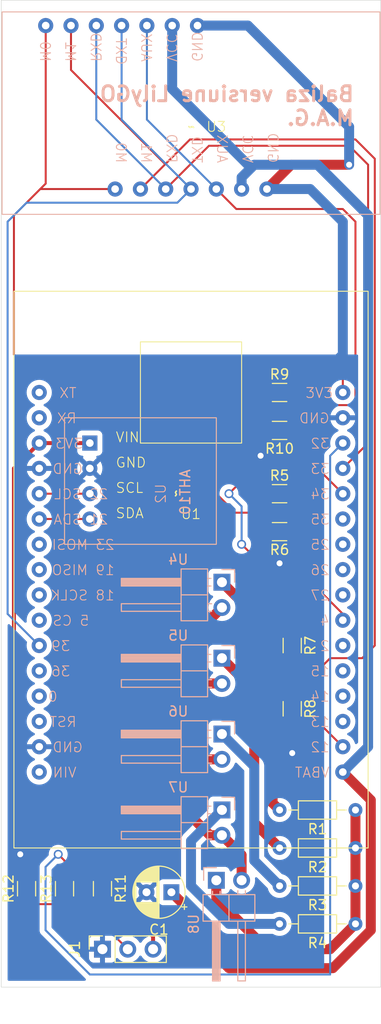
<source format=kicad_pcb>
(kicad_pcb (version 20221018) (generator pcbnew)
  (layers (0 "F.Cu" signal) (31 "B.Cu" signal) (34 "B.Paste" user) (35 "F.Paste" user) (36 "B.SilkS" user "B.Silkscreen") (37 "F.SilkS" user "F.Silkscreen") (38 "B.Mask" user) (39 "F.Mask" user) (44 "Edge.Cuts" user))
  (net 0 "")
  (net 1 "GND")
  (net 2 "Net-(J1-Pin_2)")
  (net 3 "+3V3")
  (net 4 "Net-(U8-+)")
  (net 5 "Net-(U4-+)")
  (net 6 "Net-(U5-+)")
  (net 7 "Net-(U6-+)")
  (net 8 "Net-(U7-+)")
  (net 9 "Net-(U1-4)")
  (net 10 "Net-(U1-12)")
  (net 11 "Net-(U1-34)")
  (net 12 "Net-(U1-32)")
  (net 15 "Net-(U1-22(SCL))")
  (net 16 "Net-(U1-21(SDA))")
  (net 21 "Net-(U1-39)")
  (net 26 "Vdrive")
  (net 35 "Net-(U1-33)")
  (net 36 "Net-(U4--)")
  (footprint "Resistor_SMD:R_1206_3216Metric_Pad1.30x1.75mm_HandSolder" (layer "F.Cu") (at 54.61 139.98 90)
    (fp_text reference "R12" (at 0 -1.82 90) (layer "F.SilkS"))
    (fp_text value "R")
    (pad "1" smd roundrect (at -1.55 0 90) (size 1.3 1.75) (layers "F.Cu" "F.Paste" "F.Mask") (roundrect_rratio 0.1923076923) (net 2 "Net-(J1-Pin_2)"))
    (pad "2" smd roundrect (at 1.55 0 90) (size 1.3 1.75) (layers "F.Cu" "F.Paste" "F.Mask") (roundrect_rratio 0.1923076923) (net 1 "GND"))
  )
  (footprint "Resistor_THT:R_Axial_DIN0204_L3.6mm_D1.6mm_P7.62mm_Horizontal" (layer "F.Cu") (at 87.63 143.51 180)
    (fp_text reference "R4" (at 3.81 -1.92) (layer "F.SilkS"))
    (fp_text value "R")
    (pad "1" thru_hole circle (at 0 0 180) (size 1.4 1.4) (drill 0.7) (layers "*.Cu" "*.Mask") (net 4 "Net-(U8-+)"))
    (pad "2" thru_hole oval (at 7.62 0 180) (size 1.4 1.4) (drill 0.7) (layers "*.Cu" "*.Mask") (net 8 "Net-(U7-+)"))
  )
  (footprint "FootprintAnton:Lilygo ESP-32" (layer "F.Cu") (at 71.12 102.87)
    (fp_text reference "U1" (at 0 -0.5 unlocked) (layer "F.SilkS") (effects (font (thickness 0.1))))
    (fp_text value "~")
    (fp_text user "GND" (at 13.97 -9.525 unlocked) (layer "B.SilkS") (effects (font (thickness 0.1)) (justify left bottom mirror)))
    (fp_text user "3V3" (at -10.795 -6.985 unlocked) (layer "B.SilkS") (effects (font (thickness 0.1)) (justify left bottom mirror)))
    (fp_text user "22 SCL" (at -8.255 -1.905 unlocked) (layer "B.SilkS") (effects (font (thickness 0.1)) (justify left bottom mirror)))
    (fp_text user "VBAT" (at 13.97 26.035 unlocked) (layer "B.SilkS") (effects (font (thickness 0.1)) (justify left bottom mirror)))
    (fp_text user "33" (at 13.97 -4.445 unlocked) (layer "B.SilkS") (effects (font (thickness 0.1)) (justify left bottom mirror)))
    (fp_text user "3V3" (at 11.43 -12.065 unlocked) (layer "B.SilkS") (effects (font (thickness 0.1)) (justify left bottom)))
    (fp_text user "5 CS" (at -10.16 10.795 unlocked) (layer "B.SilkS") (effects (font (thickness 0.1)) (justify left bottom mirror)))
    (fp_text user "GND" (at -10.795 -4.445 unlocked) (layer "B.SilkS") (effects (font (thickness 0.1)) (justify left bottom mirror)))
    (fp_text user "26" (at 13.97 5.715 unlocked) (layer "B.SilkS") (effects (font (thickness 0.1)) (justify left bottom mirror)))
    (fp_text user "4" (at 13.97 10.795 unlocked) (layer "B.SilkS") (effects (font (thickness 0.1)) (justify left bottom mirror)))
    (fp_text user "27" (at 13.97 8.255 unlocked) (layer "B.SilkS") (effects (font (thickness 0.1)) (justify left bottom mirror)))
    (fp_text user "RST" (at -11.43 20.955 unlocked) (layer "B.SilkS") (effects (font (thickness 0.1)) (justify left bottom mirror)))
    (fp_text user "RX" (at -11.43 -9.525 unlocked) (layer "B.SilkS") (effects (font (thickness 0.1)) (justify left bottom mirror)))
    (fp_text user "19 MISO" (at -7.62 5.715 unlocked) (layer "B.SilkS") (effects (font (thickness 0.1)) (justify left bottom mirror)))
    (fp_text user "18 SCLK" (at -7.62 8.255 unlocked) (layer "B.SilkS") (effects (font (thickness 0.1)) (justify left bottom mirror)))
    (fp_text user "39" (at -12.065 13.335 unlocked) (layer "B.SilkS") (effects (font (thickness 0.1)) (justify left bottom mirror)))
    (fp_text user "TX" (at -11.43 -12.065 unlocked) (layer "B.SilkS") (effects (font (thickness 0.1)) (justify left bottom mirror)))
    (fp_text user "34" (at 13.97 -1.905 unlocked) (layer "B.SilkS") (effects (font (thickness 0.1)) (justify left bottom mirror)))
    (fp_text user "GND" (at -10.795 23.495 unlocked) (layer "B.SilkS") (effects (font (thickness 0.1)) (justify left bottom mirror)))
    (fp_text user "25" (at 13.97 3.175 unlocked) (layer "B.SilkS") (effects (font (thickness 0.1)) (justify left bottom mirror)))
    (fp_text user "VIN" (at -11.43 26.035 unlocked) (layer "B.SilkS") (effects (font (thickness 0.1)) (justify left bottom mirror)))
    (fp_text user "14" (at 13.97 18.415 unlocked) (layer "B.SilkS") (effects (font (thickness 0.1)) (justify left bottom mirror)))
    (fp_text user "35" (at 13.97 0.635 unlocked) (layer "B.SilkS") (effects (font (thickness 0.1)) (justify left bottom mirror)))
    (fp_text user "13" (at 13.97 20.955 unlocked) (layer "B.SilkS") (effects (font (thickness 0.1)) (justify left bottom mirror)))
    (fp_text user "15" (at 13.97 15.875 unlocked) (layer "B.SilkS") (effects (font (thickness 0.1)) (justify left bottom mirror)))
    (fp_text user "36" (at -12.065 15.875 unlocked) (layer "B.SilkS") (effects (font (thickness 0.1)) (justify left bottom mirror)))
    (fp_text user "23 MOSI" (at -7.62 3.175 unlocked) (layer "B.SilkS") (effects (font (thickness 0.1)) (justify left bottom mirror)))
    (fp_text user "2" (at 13.97 13.335 unlocked) (layer "B.SilkS") (effects (font (thickness 0.1)) (justify left bottom mirror)))
    (fp_text user "32" (at 13.97 -6.985 unlocked) (layer "B.SilkS") (effects (font (thickness 0.1)) (justify left bottom mirror)))
    (fp_text user "21 SDA" (at -8.255 0.635 unlocked) (layer "B.SilkS") (effects (font (thickness 0.1)) (justify left bottom mirror)))
    (fp_text user "0" (at -13.335 18.415 unlocked) (layer "B.SilkS") (effects (font (thickness 0.1)) (justify left bottom mirror)))
    (fp_text user "12" (at 13.97 23.495 unlocked) (layer "B.SilkS") (effects (font (thickness 0.1)) (justify left bottom mirror)))
    (pad "1" thru_hole oval (at -15.24 -12.7) (size 1.524 1.524) (drill 0.762) (layers "*.Cu" "*.Mask"))
    (pad "2" thru_hole oval (at -15.24 -10.16) (size 1.524 1.524) (drill 0.762) (layers "*.Cu" "*.Mask"))
    (pad "3" thru_hole oval (at -15.24 -7.62) (size 1.524 1.524) (drill 0.762) (layers "*.Cu" "*.Mask") (net 3 "+3V3"))
    (pad "4" thru_hole oval (at -15.24 -5.08) (size 1.524 1.524) (drill 0.762) (layers "*.Cu" "*.Mask") (net 1 "GND"))
    (pad "5" thru_hole oval (at -15.24 -2.54) (size 1.524 1.524) (drill 0.762) (layers "*.Cu" "*.Mask") (net 15 "Net-(U1-22(SCL))"))
    (pad "6" thru_hole oval (at -15.24 0) (size 1.524 1.524) (drill 0.762) (layers "*.Cu" "*.Mask") (net 16 "Net-(U1-21(SDA))"))
    (pad "7" thru_hole oval (at -15.24 2.54) (size 1.524 1.524) (drill 0.762) (layers "*.Cu" "*.Mask"))
    (pad "8" thru_hole oval (at -15.24 5.08) (size 1.524 1.524) (drill 0.762) (layers "*.Cu" "*.Mask"))
    (pad "9" thru_hole oval (at -15.24 7.62) (size 1.524 1.524) (drill 0.762) (layers "*.Cu" "*.Mask"))
    (pad "10" thru_hole oval (at -15.24 10.16) (size 1.524 1.524) (drill 0.762) (layers "*.Cu" "*.Mask"))
    (pad "11" thru_hole oval (at -15.24 12.7) (size 1.524 1.524) (drill 0.762) (layers "*.Cu" "*.Mask") (net 21 "Net-(U1-39)"))
    (pad "12" thru_hole oval (at -15.24 15.24) (size 1.524 1.524) (drill 0.762) (layers "*.Cu" "*.Mask"))
    (pad "13" thru_hole oval (at -15.24 17.78) (size 1.524 1.524) (drill 0.762) (layers "*.Cu" "*.Mask"))
    (pad "14" thru_hole oval (at -15.24 20.32) (size 1.524 1.524) (drill 0.762) (layers "*.Cu" "*.Mask"))
    (pad "15" thru_hole oval (at -15.24 22.86) (size 1.524 1.524) (drill 0.762) (layers "*.Cu" "*.Mask") (net 1 "GND"))
    (pad "16" thru_hole oval (at -15.24 25.4) (size 1.524 1.524) (drill 0.762) (layers "*.Cu" "*.Mask"))
    (pad "17" thru_hole oval (at 15.24 25.4) (size 1.524 1.524) (drill 0.762) (layers "*.Cu" "*.Mask") (net 26 "Vdrive"))
    (pad "18" thru_hole oval (at 15.24 22.86) (size 1.524 1.524) (drill 0.762) (layers "*.Cu" "*.Mask") (net 10 "Net-(U1-12)"))
    (pad "19" thru_hole oval (at 15.24 20.32) (size 1.524 1.524) (drill 0.762) (layers "*.Cu" "*.Mask"))
    (pad "20" thru_hole oval (at 15.24 17.78) (size 1.524 1.524) (drill 0.762) (layers "*.Cu" "*.Mask"))
    (pad "21" thru_hole oval (at 15.24 15.24) (size 1.524 1.524) (drill 0.762) (layers "*.Cu" "*.Mask"))
    (pad "22" thru_hole oval (at 15.24 12.7) (size 1.524 1.524) (drill 0.762) (layers "*.Cu" "*.Mask"))
    (pad "23" thru_hole oval (at 15.24 10.16) (size 1.524 1.524) (drill 0.762) (layers "*.Cu" "*.Mask") (net 9 "Net-(U1-4)"))
    (pad "24" thru_hole oval (at 15.24 7.62) (size 1.524 1.524) (drill 0.762) (layers "*.Cu" "*.Mask"))
    (pad "25" thru_hole oval (at 15.24 5.08) (size 1.524 1.524) (drill 0.762) (layers "*.Cu" "*.Mask"))
    (pad "26" thru_hole oval (at 15.24 2.54) (size 1.524 1.524) (drill 0.762) (layers "*.Cu" "*.Mask"))
    (pad "27" thru_hole oval (at 15.24 0) (size 1.524 1.524) (drill 0.762) (layers "*.Cu" "*.Mask"))
    (pad "28" thru_hole oval (at 15.24 -2.54) (size 1.524 1.524) (drill 0.762) (layers "*.Cu" "*.Mask") (net 11 "Net-(U1-34)"))
    (pad "29" thru_hole oval (at 15.24 -5.08) (size 1.524 1.524) (drill 0.762) (layers "*.Cu" "*.Mask") (net 35 "Net-(U1-33)"))
    (pad "30" thru_hole oval (at 15.24 -7.62) (size 1.524 1.524) (drill 0.762) (layers "*.Cu" "*.Mask") (net 12 "Net-(U1-32)"))
    (pad "31" thru_hole oval (at 15.24 -10.16) (size 1.524 1.524) (drill 0.762) (layers "*.Cu" "*.Mask") (net 1 "GND"))
    (pad "32" thru_hole oval (at 15.24 -12.7) (size 1.524 1.524) (drill 0.762) (layers "*.Cu" "*.Mask") (net 3 "+3V3"))
  )
  (footprint "Resistor_THT:R_Axial_DIN0204_L3.6mm_D1.6mm_P7.62mm_Horizontal" (layer "F.Cu") (at 87.63 135.89 180)
    (fp_text reference "R2" (at 3.81 -1.92) (layer "F.SilkS"))
    (fp_text value "R")
    (pad "1" thru_hole circle (at 0 0 180) (size 1.4 1.4) (drill 0.7) (layers "*.Cu" "*.Mask") (net 4 "Net-(U8-+)"))
    (pad "2" thru_hole oval (at 7.62 0 180) (size 1.4 1.4) (drill 0.7) (layers "*.Cu" "*.Mask") (net 6 "Net-(U5-+)"))
  )
  (footprint "Resistor_THT:R_Axial_DIN0204_L3.6mm_D1.6mm_P7.62mm_Horizontal" (layer "F.Cu") (at 87.63 132.08 180)
    (fp_text reference "R1" (at 3.81 -1.92) (layer "F.SilkS"))
    (fp_text value "R")
    (pad "1" thru_hole circle (at 0 0 180) (size 1.4 1.4) (drill 0.7) (layers "*.Cu" "*.Mask") (net 4 "Net-(U8-+)"))
    (pad "2" thru_hole oval (at 7.62 0 180) (size 1.4 1.4) (drill 0.7) (layers "*.Cu" "*.Mask") (net 5 "Net-(U4-+)"))
  )
  (footprint "Resistor_SMD:R_1206_3216Metric_Pad1.30x1.75mm_HandSolder" (layer "F.Cu") (at 80.01 93.98 180)
    (fp_text reference "R10" (at 0 -1.82) (layer "F.SilkS"))
    (fp_text value "R")
    (pad "1" smd roundrect (at -1.55 0 180) (size 1.3 1.75) (layers "F.Cu" "F.Paste" "F.Mask") (roundrect_rratio 0.1923076923) (net 11 "Net-(U1-34)"))
    (pad "2" smd roundrect (at 1.55 0 180) (size 1.3 1.75) (layers "F.Cu" "F.Paste" "F.Mask") (roundrect_rratio 0.1923076923) (net 1 "GND"))
  )
  (footprint "Connector_PinSocket_2.54mm:PinSocket_1x03_P2.54mm_Vertical" (layer "F.Cu") (at 62.23 146.05 90)
    (fp_text reference "J1" (at 0 -2.77 90) (layer "F.SilkS"))
    (fp_text value "Conn_01x03_Socket")
    (pad "1" thru_hole rect (at 0 0 90) (size 1.7 1.7) (drill 1) (layers "*.Cu" "*.Mask") (net 1 "GND"))
    (pad "2" thru_hole oval (at 0 2.54 90) (size 1.7 1.7) (drill 1) (layers "*.Cu" "*.Mask") (net 2 "Net-(J1-Pin_2)"))
    (pad "3" thru_hole oval (at 0 5.08 90) (size 1.7 1.7) (drill 1) (layers "*.Cu" "*.Mask") (net 3 "+3V3"))
  )
  (footprint "Resistor_SMD:R_1206_3216Metric_Pad1.30x1.75mm_HandSolder" (layer "F.Cu") (at 80.01 90.17)
    (fp_text reference "R9" (at 0 -1.82) (layer "F.SilkS"))
    (fp_text value "R")
    (pad "1" smd roundrect (at -1.55 0) (size 1.3 1.75) (layers "F.Cu" "F.Paste" "F.Mask") (roundrect_rratio 0.1923076923) (net 3 "+3V3"))
    (pad "2" smd roundrect (at 1.55 0) (size 1.3 1.75) (layers "F.Cu" "F.Paste" "F.Mask") (roundrect_rratio 0.1923076923) (net 11 "Net-(U1-34)"))
  )
  (footprint "Resistor_SMD:R_1206_3216Metric_Pad1.30x1.75mm_HandSolder" (layer "F.Cu") (at 81.28 121.92 -90)
    (fp_text reference "R8" (at 0 -1.82 90) (layer "F.SilkS"))
    (fp_text value "R")
    (pad "1" smd roundrect (at -1.55 0 270) (size 1.3 1.75) (layers "F.Cu" "F.Paste" "F.Mask") (roundrect_rratio 0.1923076923) (net 10 "Net-(U1-12)"))
    (pad "2" smd roundrect (at 1.55 0 270) (size 1.3 1.75) (layers "F.Cu" "F.Paste" "F.Mask") (roundrect_rratio 0.1923076923) (net 1 "GND"))
  )
  (footprint "Resistor_SMD:R_1206_3216Metric_Pad1.30x1.75mm_HandSolder" (layer "F.Cu") (at 58.42 139.98 90)
    (fp_text reference "R13" (at 0 -1.82 90) (layer "F.SilkS"))
    (fp_text value "R")
    (pad "1" smd roundrect (at -1.55 0 90) (size 1.3 1.75) (layers "F.Cu" "F.Paste" "F.Mask") (roundrect_rratio 0.1923076923) (net 2 "Net-(J1-Pin_2)"))
    (pad "2" smd roundrect (at 1.55 0 90) (size 1.3 1.75) (layers "F.Cu" "F.Paste" "F.Mask") (roundrect_rratio 0.1923076923) (net 12 "Net-(U1-32)"))
  )
  (footprint "Capacitor_THT:CP_Radial_D5.0mm_P2.50mm" (layer "F.Cu") (at 69.150113 140.335 180)
    (fp_text reference "C1" (at 1.25 -3.75) (layer "F.SilkS"))
    (fp_text value "C")
    (pad "1" thru_hole rect (at 0 0 180) (size 1.6 1.6) (drill 0.8) (layers "*.Cu" "*.Mask") (net 26 "Vdrive"))
    (pad "2" thru_hole circle (at 2.5 0 180) (size 1.6 1.6) (drill 0.8) (layers "*.Cu" "*.Mask") (net 1 "GND"))
  )
  (footprint "Resistor_THT:R_Axial_DIN0204_L3.6mm_D1.6mm_P7.62mm_Horizontal" (layer "F.Cu") (at 87.63 139.7 180)
    (fp_text reference "R3" (at 3.81 -1.92) (layer "F.SilkS"))
    (fp_text value "R")
    (pad "1" thru_hole circle (at 0 0 180) (size 1.4 1.4) (drill 0.7) (layers "*.Cu" "*.Mask") (net 4 "Net-(U8-+)"))
    (pad "2" thru_hole oval (at 7.62 0 180) (size 1.4 1.4) (drill 0.7) (layers "*.Cu" "*.Mask") (net 7 "Net-(U6-+)"))
  )
  (footprint "Resistor_SMD:R_1206_3216Metric_Pad1.30x1.75mm_HandSolder" (layer "F.Cu") (at 81.28 115.57 -90)
    (fp_text reference "R7" (at 0 -1.82 90) (layer "F.SilkS"))
    (fp_text value "R")
    (pad "1" smd roundrect (at -1.55 0 270) (size 1.3 1.75) (layers "F.Cu" "F.Paste" "F.Mask") (roundrect_rratio 0.1923076923) (net 3 "+3V3"))
    (pad "2" smd roundrect (at 1.55 0 270) (size 1.3 1.75) (layers "F.Cu" "F.Paste" "F.Mask") (roundrect_rratio 0.1923076923) (net 10 "Net-(U1-12)"))
  )
  (footprint "Resistor_SMD:R_1206_3216Metric_Pad1.30x1.75mm_HandSolder" (layer "F.Cu") (at 80.01 100.33)
    (fp_text reference "R5" (at 0 -1.82) (layer "F.SilkS"))
    (fp_text value "R")
    (pad "1" smd roundrect (at -1.55 0) (size 1.3 1.75) (layers "F.Cu" "F.Paste" "F.Mask") (roundrect_rratio 0.1923076923) (net 3 "+3V3"))
    (pad "2" smd roundrect (at 1.55 0) (size 1.3 1.75) (layers "F.Cu" "F.Paste" "F.Mask") (roundrect_rratio 0.1923076923) (net 9 "Net-(U1-4)"))
  )
  (footprint "Resistor_SMD:R_1206_3216Metric_Pad1.30x1.75mm_HandSolder" (layer "F.Cu") (at 80.01 104.14 180)
    (fp_text reference "R6" (at 0 -1.82) (layer "F.SilkS"))
    (fp_text value "R")
    (pad "1" smd roundrect (at -1.55 0 180) (size 1.3 1.75) (layers "F.Cu" "F.Paste" "F.Mask") (roundrect_rratio 0.1923076923) (net 9 "Net-(U1-4)"))
    (pad "2" smd roundrect (at 1.55 0 180) (size 1.3 1.75) (layers "F.Cu" "F.Paste" "F.Mask") (roundrect_rratio 0.1923076923) (net 1 "GND"))
  )
  (footprint "Resistor_SMD:R_1206_3216Metric_Pad1.30x1.75mm_HandSolder" (layer "F.Cu") (at 62.23 139.98 -90)
    (fp_text reference "R11" (at 0 -1.82 90) (layer "F.SilkS"))
    (fp_text value "R")
    (pad "1" smd roundrect (at -1.55 0 270) (size 1.3 1.75) (layers "F.Cu" "F.Paste" "F.Mask") (roundrect_rratio 0.1923076923) (net 3 "+3V3"))
    (pad "2" smd roundrect (at 1.55 0 270) (size 1.3 1.75) (layers "F.Cu" "F.Paste" "F.Mask") (roundrect_rratio 0.1923076923) (net 2 "Net-(J1-Pin_2)"))
  )
  (footprint "Connector_PinHeader_2.54mm:PinHeader_1x02_P2.54mm_Horizontal" (layer "B.Cu") (at 74.225 116.84 180)
    (fp_text reference "U5" (at 4.385 2.27) (layer "B.SilkS") (effects (justify mirror)))
    (fp_text value "~")
    (pad "1" thru_hole rect (at 0 0 180) (size 1.7 1.7) (drill 1) (layers "*.Cu" "*.Mask") (net 6 "Net-(U5-+)"))
    (pad "2" thru_hole oval (at 0 -2.54 180) (size 1.7 1.7) (drill 1) (layers "*.Cu" "*.Mask") (net 36 "Net-(U4--)"))
  )
  (footprint "Connector_PinHeader_2.54mm:PinHeader_1x02_P2.54mm_Horizontal" (layer "B.Cu") (at 74.225 132.075 180)
    (fp_text reference "U7" (at 4.385 2.27) (layer "B.SilkS") (effects (justify mirror)))
    (fp_text value "~")
    (pad "1" thru_hole rect (at 0 0 180) (size 1.7 1.7) (drill 1) (layers "*.Cu" "*.Mask") (net 8 "Net-(U7-+)"))
    (pad "2" thru_hole oval (at 0 -2.54 180) (size 1.7 1.7) (drill 1) (layers "*.Cu" "*.Mask") (net 36 "Net-(U4--)"))
  )
  (footprint "Connector_PinHeader_2.54mm:PinHeader_1x02_P2.54mm_Horizontal" (layer "B.Cu") (at 74.225 124.455 180)
    (fp_text reference "U6" (at 4.385 2.27) (layer "B.SilkS") (effects (justify mirror)))
    (fp_text value "~")
    (pad "1" thru_hole rect (at 0 0 180) (size 1.7 1.7) (drill 1) (layers "*.Cu" "*.Mask") (net 7 "Net-(U6-+)"))
    (pad "2" thru_hole oval (at 0 -2.54 180) (size 1.7 1.7) (drill 1) (layers "*.Cu" "*.Mask") (net 36 "Net-(U4--)"))
  )
  (footprint "FootprintAnton:AHT10" (layer "B.Cu") (at 68.58 97.79 -90)
    (fp_text reference "U2" (at 2.54 0.5 90 unlocked) (layer "B.SilkS") (effects (font (thickness 0.1)) (justify mirror)))
    (fp_text value "~" (at 2.54 -1 90 unlocked) (layer "F.SilkS") (effects (justify mirror)))
    (fp_text user "AHT10" (at 0 -2.54 90 unlocked) (layer "B.SilkS") (effects (justify left bottom mirror)))
    (fp_text user "VIN" (at -2.54 5.08 unlocked) (layer "F.SilkS") (effects (font (thickness 0.1)) (justify left bottom)))
    (fp_text user "GND" (at 0 5.08 unlocked) (layer "F.SilkS") (effects (font (thickness 0.1)) (justify left bottom)))
    (fp_text user "SDA" (at 5.08 5.08 unlocked) (layer "F.SilkS") (effects (font (thickness 0.1)) (justify left bottom)))
    (fp_text user "SCL" (at 2.54 5.08 unlocked) (layer "F.SilkS") (effects (font (thickness 0.1)) (justify left bottom)))
    (pad "1" thru_hole rect (at -2.54 7.62 270) (size 1.524 1.524) (drill 0.762) (layers "*.Cu" "*.Mask") (net 3 "+3V3"))
    (pad "2" thru_hole circle (at 0 7.62 270) (size 1.524 1.524) (drill 0.762) (layers "*.Cu" "*.Mask") (net 1 "GND"))
    (pad "3" thru_hole circle (at 2.54 7.62 270) (size 1.524 1.524) (drill 0.762) (layers "*.Cu" "*.Mask") (net 15 "Net-(U1-22(SCL))"))
    (pad "4" thru_hole circle (at 5.08 7.62 270) (size 1.524 1.524) (drill 0.762) (layers "*.Cu" "*.Mask") (net 16 "Net-(U1-21(SDA))"))
  )
  (footprint "Connector_PinHeader_2.54mm:PinHeader_1x02_P2.54mm_Horizontal" (layer "B.Cu") (at 74.225 109.215 180)
    (fp_text reference "U4" (at 4.385 2.27) (layer "B.SilkS") (effects (justify mirror)))
    (fp_text value "~")
    (pad "1" thru_hole rect (at 0 0 180) (size 1.7 1.7) (drill 1) (layers "*.Cu" "*.Mask") (net 5 "Net-(U4-+)"))
    (pad "2" thru_hole oval (at 0 -2.54 180) (size 1.7 1.7) (drill 1) (layers "*.Cu" "*.Mask") (net 36 "Net-(U4--)"))
  )
  (footprint "Connector_PinHeader_2.54mm:PinHeader_1x02_P2.54mm_Horizontal" (layer "B.Cu") (at 73.66 139.135 -90)
    (fp_text reference "U8" (at 4.385 2.27 90) (layer "B.SilkS") (effects (justify mirror)))
    (fp_text value "~")
    (pad "1" thru_hole rect (at 0 0 270) (size 1.7 1.7) (drill 1) (layers "*.Cu" "*.Mask") (net 4 "Net-(U8-+)"))
    (pad "2" thru_hole oval (at 0 -2.54 270) (size 1.7 1.7) (drill 1) (layers "*.Cu" "*.Mask") (net 36 "Net-(U4--)"))
  )
  (footprint "FootprintAnton:Modul E22- ambele modele" (layer "B.Cu") (at 78.74 69.75 180)
    (fp_text reference "U3" (at 5.08 6.25 unlocked) (layer "F.SilkS") (effects (font (thickness 0.1))))
    (fp_text value "~" (at 7.62 6.25 unlocked) (layer "F.SilkS") (effects (justify mirror)))
    (fp_text user "RXD" (at 17.78 12.7 270 unlocked) (layer "B.SilkS") (effects (font (thickness 0.1)) (justify left bottom mirror)))
    (fp_text user "VCC" (at 10.16 12.7 270 unlocked) (layer "B.SilkS") (effects (font (thickness 0.1)) (justify left bottom mirror)))
    (fp_text user "M1" (at 12.7 2.54 270 unlocked) (layer "B.SilkS") (effects (font (thickness 0.1)) (justify left bottom mirror)))
    (fp_text user "M0" (at 22.86 12.7 270 unlocked) (layer "B.SilkS") (effects (font (thickness 0.1)) (justify left bottom mirror)))
    (fp_text user "M1" (at 20.32 12.7 270 unlocked) (layer "B.SilkS") (effects (font (thickness 0.1)) (justify left bottom mirror)))
    (fp_text user "M0" (at 15.24 2.54 270 unlocked) (layer "B.SilkS") (effects (font (thickness 0.1)) (justify left bottom mirror)))
    (fp_text user "GND" (at 7.62 12.7 270 unlocked) (layer "B.SilkS") (effects (font (thickness 0.1)) (justify left bottom mirror)))
    (fp_text user "TXD" (at 15.24 15.24 270 unlocked) (layer "B.SilkS") (effects (font (thickness 0.1)) (justify left bottom)))
    (fp_text user "TXD" (at 7.62 2.54 270 unlocked) (layer "B.SilkS") (effects (font (thickness 0.1)) (justify left bottom mirror)))
    (fp_text user "RXD" (at 10.16 2.54 270 unlocked) (layer "B.SilkS") (effects (font (thickness 0.1)) (justify left bottom mirror)))
    (fp_text user "GND" (at 0 2.54 270 unlocked) (layer "B.SilkS") (effects (font (thickness 0.1)) (justify left bottom mirror)))
    (fp_text user "AUX" (at 5.08 2.54 270 unlocked) (layer "B.SilkS") (effects (font (thickness 0.1)) (justify left bottom mirror)))
    (fp_text user "VCC" (at 2.54 2.54 270 unlocked) (layer "B.SilkS") (effects (font (thickness 0.1)) (justify left bottom mirror)))
    (fp_text user "AUX" (at 12.7 12.7 270 unlocked) (layer "B.SilkS") (effects (font (thickness 0.1)) (justify left bottom mirror)))
    (pad "1" thru_hole circle (at 15.24 0 180) (size 1.524 1.524) (drill 0.762) (layers "*.Cu" "*.Mask") (net 9 "Net-(U1-4)"))
    (pad "1" thru_hole circle (at 22.21 16.41 180) (size 1.524 1.524) (drill 0.762) (layers "*.Cu" "*.Mask") (net 9 "Net-(U1-4)"))
    (pad "2" thru_hole circle (at 12.7 0 180) (size 1.524 1.524) (drill 0.762) (layers "*.Cu" "*.Mask") (net 10 "Net-(U1-12)"))
    (pad "2" thru_hole circle (at 19.67 16.41 180) (size 1.524 1.524) (drill 0.762) (layers "*.Cu" "*.Mask") (net 10 "Net-(U1-12)"))
    (pad "3" thru_hole circle (at 10.16 0 180) (size 1.524 1.524) (drill 0.762) (layers "*.Cu" "*.Mask") (net 35 "Net-(U1-33)"))
    (pad "3" thru_hole circle (at 17.13 16.41 180) (size 1.524 1.524) (drill 0.762) (layers "*.Cu" "*.Mask") (net 35 "Net-(U1-33)"))
    (pad "4" thru_hole circle (at 7.62 0 180) (size 1.524 1.524) (drill 0.762) (layers "*.Cu" "*.Mask") (net 21 "Net-(U1-39)"))
    (pad "4" thru_hole circle (at 14.59 16.41 180) (size 1.524 1.524) (drill 0.762) (layers "*.Cu" "*.Mask") (net 21 "Net-(U1-39)"))
    (pad "5" thru_hole circle (at 5.08 0 180) (size 1.524 1.524) (drill 0.762) (layers "*.Cu" "*.Mask") (net 11 "Net-(U1-34)"))
    (pad "5" thru_hole circle (at 12.05 16.41 180) (size 1.524 1.524) (drill 0.762) (layers "*.Cu" "*.Mask") (net 11 "Net-(U1-34)"))
    (pad "6" thru_hole circle (at 2.54 0 180) (size 1.524 1.524) (drill 0.762) (layers "*.Cu" "*.Mask") (net 26 "Vdrive"))
    (pad "6" thru_hole circle (at 9.51 16.41 180) (size 1.524 1.524) (drill 0.762) (layers "*.Cu" "*.Mask") (net 26 "Vdrive"))
    (pad "7" thru_hole circle (at 0 0 180) (size 1.524 1.524) (drill 0.762) (layers "*.Cu" "*.Mask") (net 1 "GND"))
    (pad "7" thru_hole circle (at 6.97 16.41 180) (size 1.524 1.524) (drill 0.762) (layers "*.Cu" "*.Mask") (net 1 "GND"))
  )
  (gr_rect (start 52.07 50.8) (end 90.17 149.86) (stroke (width 0.05)) (fill none) (layer "Edge.Cuts"))
  (gr_text "Baliza versiune LilyGO\nM.A.G." (at 87.63 63.5) (layer "B.SilkS") (effects (font (size 1.5 1.5) (thickness 0.3) bold) (justify left bottom mirror)))
  (segment (start 78.46 105.765) (end 80.01 107.315) (width 0.2) (layer "F.Cu") (net 1))
  (segment (start 54.61 138.43) (end 54.61 137.16) (width 0.2) (layer "F.Cu") (net 1))
  (segment (start 78.46 93.98) (end 78.46 96.165) (width 0.2) (layer "F.Cu") (net 1))
  (segment (start 78.46 96.165) (end 78.105 96.52) (width 0.2) (layer "F.Cu") (net 1))
  (segment (start 54.61 137.16) (end 53.975 136.525) (width 0.2) (layer "F.Cu") (net 1))
  (segment (start 81.28 123.47) (end 81.28 126.365) (width 0.2) (layer "F.Cu") (net 1))
  (segment (start 78.46 104.14) (end 78.46 105.765) (width 0.2) (layer "F.Cu") (net 1))
  (segment (start 81.18 67.31) (end 78.74 69.75) (width 1) (layer "F.Cu") (net 1))
  (segment (start 86.995 67.31) (end 81.18 67.31) (width 1) (layer "F.Cu") (net 1))
  (via (at 86.995 67.31) (size 0.9) (drill 0.6) (layers "F.Cu" "B.Cu") (net 1))
  (via (at 81.28 126.365) (size 0.9) (drill 0.6) (layers "F.Cu" "B.Cu") (net 1))
  (via (at 53.975 136.525) (size 0.9) (drill 0.6) (layers "F.Cu" "B.Cu") (net 1))
  (via (at 80.01 107.315) (size 0.9) (drill 0.6) (layers "F.Cu" "B.Cu") (net 1))
  (via (at 78.105 96.52) (size 0.9) (drill 0.6) (layers "F.Cu" "B.Cu") (net 1))
  (segment (start 78.74 69.75) (end 83.085 69.75) (width 1) (layer "B.Cu") (net 1))
  (segment (start 86.36 86.36) (end 84.455 88.265) (width 1) (layer "B.Cu") (net 1))
  (segment (start 86.36 73.025) (end 86.36 86.36) (width 1) (layer "B.Cu") (net 1))
  (segment (start 86.995 63.5) (end 86.995 67.31) (width 1) (layer "B.Cu") (net 1))
  (segment (start 71.77 53.34) (end 76.835 53.34) (width 1) (layer "B.Cu") (net 1))
  (segment (start 76.835 53.34) (end 86.995 63.5) (width 1) (layer "B.Cu") (net 1))
  (segment (start 83.085 69.75) (end 86.36 73.025) (width 1) (layer "B.Cu") (net 1))
  (segment (start 54.61 141.53) (end 62.23 141.53) (width 0.2) (layer "F.Cu") (net 2))
  (segment (start 62.23 141.53) (end 62.23 143.51) (width 0.2) (layer "F.Cu") (net 2))
  (segment (start 62.23 143.51) (end 64.77 146.05) (width 0.2) (layer "F.Cu") (net 2))
  (segment (start 76.2 99.695) (end 76.835 100.33) (width 0.2) (layer "F.Cu") (net 3))
  (segment (start 63.505 140.975) (end 63.505 140.34) (width 0.4) (layer "F.Cu") (net 3))
  (segment (start 78.46 90.17) (end 78.46 87.91) (width 0.2) (layer "F.Cu") (net 3))
  (segment (start 78.46 90.17) (end 77.47 90.17) (width 0.2) (layer "F.Cu") (net 3))
  (segment (start 77.47 90.17) (end 76.2 91.44) (width 0.2) (layer "F.Cu") (net 3))
  (segment (start 81.28 110.49) (end 76.2 105.41) (width 0.2) (layer "F.Cu") (net 3))
  (segment (start 53.34 129.54) (end 53.34 97.79) (width 0.4) (layer "F.Cu") (net 3))
  (segment (start 76.2 97.79) (end 76.2 99.695) (width 0.2) (layer "F.Cu") (net 3))
  (segment (start 76.835 100.33) (end 78.46 100.33) (width 0.2) (layer "F.Cu") (net 3))
  (segment (start 76.2 91.44) (end 76.2 97.79) (width 0.2) (layer "F.Cu") (net 3))
  (segment (start 53.34 97.79) (end 55.88 95.25) (width 0.4) (layer "F.Cu") (net 3))
  (segment (start 74.93 100.33) (end 76.2 99.06) (width 0.2) (layer "F.Cu") (net 3))
  (segment (start 63.505 140.34) (end 62.23 139.065) (width 0.4) (layer "F.Cu") (net 3))
  (segment (start 86.36 88.9) (end 86.36 90.17) (width 0.2) (layer "F.Cu") (net 3))
  (segment (start 78.74 87.63) (end 85.09 87.63) (width 0.2) (layer "F.Cu") (net 3))
  (segment (start 55.88 95.25) (end 60.96 95.25) (width 0.4) (layer "F.Cu") (net 3))
  (segment (start 67.31 144.78) (end 63.505 140.975) (width 0.4) (layer "F.Cu") (net 3))
  (segment (start 62.23 138.43) (end 53.34 129.54) (width 0.4) (layer "F.Cu") (net 3))
  (segment (start 76.2 99.06) (end 76.2 97.79) (width 0.2) (layer "F.Cu") (net 3))
  (segment (start 78.46 87.91) (end 78.74 87.63) (width 0.2) (layer "F.Cu") (net 3))
  (segment (start 85.09 87.63) (end 86.36 88.9) (width 0.2) (layer "F.Cu") (net 3))
  (segment (start 81.28 114.02) (end 81.28 110.49) (width 0.2) (layer "F.Cu") (net 3))
  (segment (start 62.23 139.065) (end 62.23 138.43) (width 0.4) (layer "F.Cu") (net 3))
  (segment (start 67.31 146.05) (end 67.31 144.78) (width 0.4) (layer "F.Cu") (net 3))
  (via (at 76.2 105.41) (size 0.9) (drill 0.6) (layers "F.Cu" "B.Cu") (net 3))
  (via (at 74.93 100.33) (size 0.9) (drill 0.6) (layers "F.Cu" "B.Cu") (net 3))
  (segment (start 76.2 105.41) (end 76.2 101.6) (width 0.2) (layer "B.Cu") (net 3))
  (segment (start 76.2 101.6) (end 74.93 100.33) (width 0.2) (layer "B.Cu") (net 3))
  (segment (start 73.66 140.97) (end 73.66 139.135) (width 1) (layer "F.Cu") (net 4))
  (segment (start 78.74 146.05) (end 73.66 140.97) (width 1) (layer "F.Cu") (net 4))
  (segment (start 87.63 143.51) (end 85.09 146.05) (width 1) (layer "F.Cu") (net 4))
  (segment (start 85.09 146.05) (end 78.74 146.05) (width 1) (layer "F.Cu") (net 4))
  (segment (start 87.63 132.08) (end 87.63 143.51) (width 1) (layer "F.Cu") (net 4))
  (segment (start 79.31 114.3) (end 74.225 109.215) (width 1) (layer "F.Cu") (net 5))
  (segment (start 80.01 132.08) (end 79.31 131.38) (width 1) (layer "F.Cu") (net 5))
  (segment (start 79.31 131.38) (end 79.31 114.3) (width 1) (layer "F.Cu") (net 5))
  (segment (start 74.225 116.84) (end 77.47 120.085) (width 1) (layer "F.Cu") (net 6))
  (segment (start 77.47 133.35) (end 80.01 135.89) (width 1) (layer "F.Cu") (net 6))
  (segment (start 77.47 120.085) (end 77.47 133.35) (width 1) (layer "F.Cu") (net 6))
  (segment (start 77.47 127.7) (end 77.47 137.16) (width 1) (layer "B.Cu") (net 7))
  (segment (start 74.225 124.455) (end 77.47 127.7) (width 1) (layer "B.Cu") (net 7))
  (segment (start 77.47 137.16) (end 80.01 139.7) (width 1) (layer "B.Cu") (net 7))
  (segment (start 74.225 132.075) (end 71.12 135.18) (width 1) (layer "B.Cu") (net 8))
  (segment (start 71.12 139.7) (end 74.93 143.51) (width 1) (layer "B.Cu") (net 8))
  (segment (start 74.93 143.51) (end 80.01 143.51) (width 1) (layer "B.Cu") (net 8))
  (segment (start 71.12 135.18) (end 71.12 139.7) (width 1) (layer "B.Cu") (net 8))
  (segment (start 81.56 100.33) (end 81.56 101.6) (width 0.2) (layer "F.Cu") (net 9))
  (segment (start 81.56 102.235) (end 81.56 101.6) (width 0.2) (layer "F.Cu") (net 9))
  (segment (start 60.96 87.63) (end 75.565 102.235) (width 0.2) (layer "F.Cu") (net 9))
  (segment (start 55.98 69.75) (end 53.34 72.39) (width 0.2) (layer "F.Cu") (net 9))
  (segment (start 81.56 101.6) (end 81.56 104.14) (width 0.2) (layer "F.Cu") (net 9))
  (segment (start 53.34 72.39) (end 53.34 86.36) (width 0.2) (layer "F.Cu") (net 9))
  (segment (start 56.53 69.2) (end 55.98 69.75) (width 0.2) (layer "F.Cu") (net 9))
  (segment (start 75.565 102.235) (end 81.56 102.235) (width 0.2) (layer "F.Cu") (net 9))
  (segment (start 81.56 107.595) (end 86.36 112.395) (width 0.2) (layer "F.Cu") (net 9))
  (segment (start 81.56 104.14) (end 81.56 107.595) (width 0.2) (layer "F.Cu") (net 9))
  (segment (start 63.5 69.75) (end 55.98 69.75) (width 0.2) (layer "F.Cu") (net 9))
  (segment (start 54.61 87.63) (end 60.96 87.63) (width 0.2) (layer "F.Cu") (net 9))
  (segment (start 56.53 53.34) (end 56.53 69.2) (width 0.2) (layer "F.Cu") (net 9))
  (segment (start 53.34 86.36) (end 54.61 87.63) (width 0.2) (layer "F.Cu") (net 9))
  (segment (start 86.36 112.395) (end 86.36 113.03) (width 0.2) (layer "F.Cu") (net 9))
  (segment (start 88.3 116.84) (end 85.09 116.84) (width 0.2) (layer "F.Cu") (net 10))
  (segment (start 66.04 69.75) (end 68.53 67.26) (width 0.2) (layer "F.Cu") (net 10))
  (segment (start 87.63 64.77) (end 89.57 66.71) (width 0.2) (layer "F.Cu") (net 10))
  (segment (start 81.28 120.37) (end 81.28 120.65) (width 0.2) (layer "F.Cu") (net 10))
  (segment (start 68.53 67.26) (end 71.02 64.77) (width 0.2) (layer "F.Cu") (net 10))
  (segment (start 85.09 116.84) (end 83.82 118.11) (width 0.2) (layer "F.Cu") (net 10))
  (segment (start 89.57 66.71) (end 89.57 115.57) (width 0.2) (layer "F.Cu") (net 10))
  (segment (start 89.57 115.57) (end 88.3 116.84) (width 0.2) (layer "F.Cu") (net 10))
  (segment (start 81.28 120.37) (end 81.28 118.11) (width 0.2) (layer "F.Cu") (net 10))
  (segment (start 81.28 118.11) (end 81.28 117.12) (width 0.2) (layer "F.Cu") (net 10))
  (segment (start 71.02 64.77) (end 87.63 64.77) (width 0.2) (layer "F.Cu") (net 10))
  (segment (start 59.07 53.34) (end 59.07 57.8) (width 0.2) (layer "F.Cu") (net 10))
  (segment (start 83.82 118.11) (end 81.28 118.11) (width 0.2) (layer "F.Cu") (net 10))
  (segment (start 81.28 120.65) (end 86.36 125.73) (width 0.2) (layer "F.Cu") (net 10))
  (segment (start 59.07 57.8) (end 68.53 67.26) (width 0.2) (layer "F.Cu") (net 10))
  (segment (start 75.665 71.755) (end 86.36 71.755) (width 0.2) (layer "F.Cu") (net 11))
  (segment (start 81.56 95.53) (end 86.36 100.33) (width 0.2) (layer "F.Cu") (net 11))
  (segment (start 81.56 91.44) (end 81.56 93.98) (width 0.2) (layer "F.Cu") (net 11))
  (segment (start 87.63 73.025) (end 87.63 90.920947) (width 0.2) (layer "F.Cu") (net 11))
  (segment (start 81.56 93.98) (end 81.56 95.53) (width 0.2) (layer "F.Cu") (net 11))
  (segment (start 87.63 90.920947) (end 87.110947 91.44) (width 0.2) (layer "F.Cu") (net 11))
  (segment (start 73.66 69.75) (end 75.665 71.755) (width 0.2) (layer "F.Cu") (net 11))
  (segment (start 86.36 71.755) (end 87.63 73.025) (width 0.2) (layer "F.Cu") (net 11))
  (segment (start 81.56 90.17) (end 81.56 91.44) (width 0.2) (layer "F.Cu") (net 11))
  (segment (start 87.110947 91.44) (end 81.56 91.44) (width 0.2) (layer "F.Cu") (net 11))
  (segment (start 66.69 53.34) (end 66.69 62.78) (width 0.2) (layer "B.Cu") (net 11))
  (segment (start 66.69 62.78) (end 73.66 69.75) (width 0.2) (layer "B.Cu") (net 11))
  (segment (start 57.785 136.525) (end 58.42 137.16) (width 0.2) (layer "F.Cu") (net 12))
  (segment (start 58.42 137.16) (end 58.42 138.43) (width 0.2) (layer "F.Cu") (net 12))
  (via (at 57.785 136.525) (size 0.9) (drill 0.6) (layers "F.Cu" "B.Cu") (net 12))
  (segment (start 56.515 137.795) (end 56.515 144.145) (width 0.2) (layer "B.Cu") (net 12))
  (segment (start 85.09 96.52) (end 86.36 95.25) (width 0.2) (layer "B.Cu") (net 12))
  (segment (start 57.785 136.525) (end 56.515 137.795) (width 0.2) (layer "B.Cu") (net 12))
  (segment (start 60.96 148.59) (end 85.09 148.59) (width 0.2) (layer "B.Cu") (net 12))
  (segment (start 85.09 148.59) (end 85.09 96.52) (width 0.2) (layer "B.Cu") (net 12))
  (segment (start 56.515 144.145) (end 60.96 148.59) (width 0.2) (layer "B.Cu") (net 12))
  (segment (start 55.88 100.33) (end 60.96 100.33) (width 0.2) (layer "F.Cu") (net 15))
  (segment (start 55.88 102.87) (end 60.96 102.87) (width 0.2) (layer "F.Cu") (net 16))
  (segment (start 71.12 69.75) (end 69.75 71.12) (width 0.2) (layer "B.Cu") (net 21))
  (segment (start 64.15 62.78) (end 71.12 69.75) (width 0.2) (layer "B.Cu") (net 21))
  (segment (start 64.15 53.34) (end 64.15 62.78) (width 0.2) (layer "B.Cu") (net 21))
  (segment (start 52.705 73.025) (end 52.705 112.395) (width 0.2) (layer "B.Cu") (net 21))
  (segment (start 69.75 71.12) (end 54.61 71.12) (width 0.2) (layer "B.Cu") (net 21))
  (segment (start 54.61 71.12) (end 52.705 73.025) (width 0.2) (layer "B.Cu") (net 21))
  (segment (start 52.705 112.395) (end 55.88 115.57) (width 0.2) (layer "B.Cu") (net 21))
  (segment (start 85.36 147.955) (end 74.93 147.955) (width 1) (layer "F.Cu") (net 26))
  (segment (start 74.295 147.32) (end 74.295 145.479887) (width 1) (layer "F.Cu") (net 26))
  (segment (start 76.2 69.75) (end 76.2 69.85) (width 1) (layer "F.Cu") (net 26))
  (segment (start 74.93 147.955) (end 74.295 147.32) (width 1) (layer "F.Cu") (net 26))
  (segment (start 74.295 145.479887) (end 69.150113 140.335) (width 1) (layer "F.Cu") (net 26))
  (segment (start 89.17 131.08) (end 89.17 144.145) (width 1) (layer "F.Cu") (net 26))
  (segment (start 89.17 144.145) (end 85.36 147.955) (width 1) (layer "F.Cu") (net 26))
  (segment (start 86.36 128.27) (end 89.17 131.08) (width 1) (layer "F.Cu") (net 26))
  (segment (start 77.1525 67.6275) (end 76.2 68.58) (width 1) (layer "B.Cu") (net 26))
  (segment (start 83.82 67.31) (end 77.47 67.31) (width 1) (layer "B.Cu") (net 26))
  (segment (start 76.2 68.58) (end 76.2 69.75) (width 1) (layer "B.Cu") (net 26))
  (segment (start 77.1525 67.6275) (end 69.23 59.705) (width 1) (layer "B.Cu") (net 26))
  (segment (start 77.47 67.31) (end 77.1525 67.6275) (width 1) (layer "B.Cu") (net 26))
  (segment (start 88.9 125.73) (end 88.9 72.39) (width 1) (layer "B.Cu") (net 26))
  (segment (start 86.36 128.27) (end 88.9 125.73) (width 1) (layer "B.Cu") (net 26))
  (segment (start 69.23 59.705) (end 69.23 53.34) (width 1) (layer "B.Cu") (net 26))
  (segment (start 88.9 72.39) (end 83.82 67.31) (width 1) (layer "B.Cu") (net 26))
  (segment (start 72.925 65.405) (end 86.995 65.405) (width 0.2) (layer "F.Cu") (net 35))
  (segment (start 88.9 67.31) (end 88.9 95.25) (width 0.2) (layer "F.Cu") (net 35))
  (segment (start 68.58 69.75) (end 72.925 65.405) (width 0.2) (layer "F.Cu") (net 35))
  (segment (start 86.995 65.405) (end 88.9 67.31) (width 0.2) (layer "F.Cu") (net 35))
  (segment (start 88.9 95.25) (end 86.36 97.79) (width 0.2) (layer "F.Cu") (net 35))
  (segment (start 61.61 53.34) (end 61.61 62.78) (width 0.2) (layer "B.Cu") (net 35))
  (segment (start 61.61 62.78) (end 68.58 69.75) (width 0.2) (layer "B.Cu") (net 35))
  (segment (start 71.125 126.995) (end 71.12 127) (width 1) (layer "F.Cu") (net 36))
  (segment (start 74.225 119.38) (end 71.12 119.38) (width 1) (layer "F.Cu") (net 36))
  (segment (start 74.225 134.615) (end 73.022919 134.615) (width 1) (layer "F.Cu") (net 36))
  (segment (start 76.2 139.135) (end 76.2 136.59) (width 1) (layer "F.Cu") (net 36))
  (segment (start 73.022919 134.615) (end 71.12 132.712081) (width 1) (layer "F.Cu") (net 36))
  (segment (start 74.225 126.995) (end 71.125 126.995) (width 1) (layer "F.Cu") (net 36))
  (segment (start 76.2 136.59) (end 74.225 134.615) (width 1) (layer "F.Cu") (net 36))
  (segment (start 71.12 114.86) (end 74.225 111.755) (width 1) (layer "F.Cu") (net 36))
  (segment (start 71.12 127) (end 71.12 119.38) (width 1) (layer "F.Cu") (net 36))
  (segment (start 71.12 119.38) (end 71.12 114.86) (width 1) (layer "F.Cu") (net 36))
  (segment (start 71.12 132.712081) (end 71.12 127) (width 1) (layer "F.Cu") (net 36))
  (zone (net 1) (net_name "GND") (layer "B.Cu") (connect_pads (clearance 0.5)) (min_thickness 0.25) (fill yes (thermal_gap 0.5) (thermal_bridge_width 0.5))
    (polygon (pts (xy 52.705 86.36) (xy 52.705 149.225) (xy 89.535 149.225) (xy 89.535 86.36)))
  )
)
</source>
